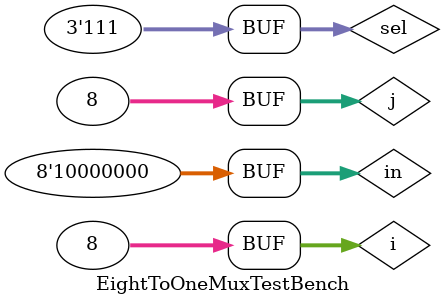
<source format=v>
`timescale 1ns / 1ps


module EightToOneMuxTestBench;
    reg [7:0] in;
    reg [2:0] sel;

    wire out;

    EightToOneMux uut (
        .in(in), 
        .sel(sel), 
        .out(out)
    );
    
    integer i, j;
    initial begin
        $display("Time | in | sel | out");
        $monitor("%0t | %b | %b | %b", $time, in, sel, out);
        in = 0;
        sel = 0;
        for (i = 0; i < 8; i = i+1) begin
            in = 1 << i;
            for (j = 0; j < 8; j = j+1) begin
                sel = j;
                #10;
            end
        end
    end
endmodule

</source>
